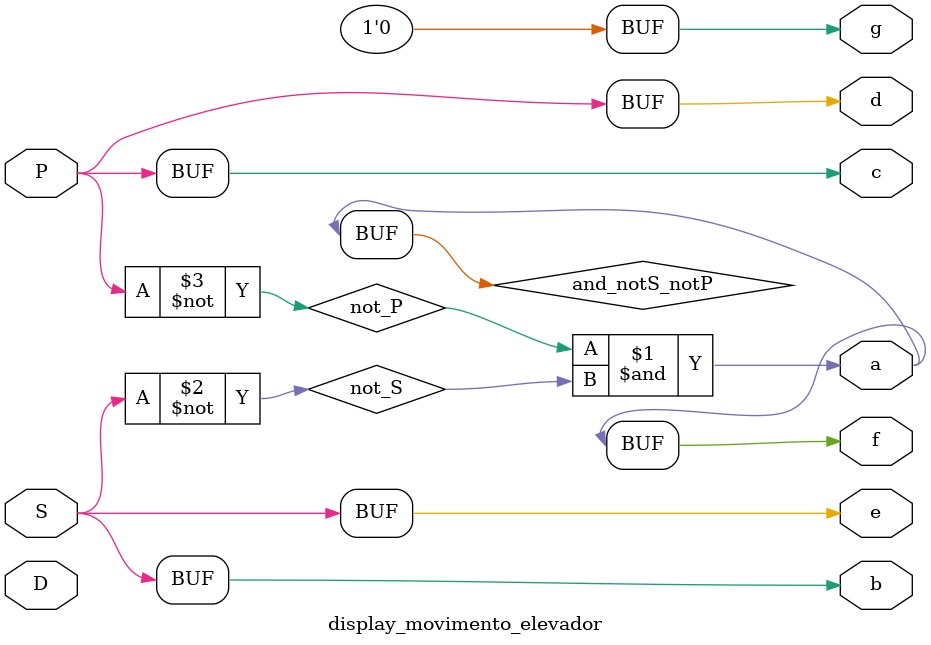
<source format=v>
module display_movimento_elevador(S, D, P, a, b, c, d, e, f, g);
 input S, D, P;
 output a, b, c, d, e, f, g;
 
 wire not_S, not_P, and_notS_notP;
 
 not Not0(not_S, S);
 not Not1(not_P, P);
 
 and and0(and_notS_notP, not_P, not_S);
 
 assign a = and_notS_notP;
 assign f = and_notS_notP;
 assign b = S;
 assign e = S;
 assign c = P;
 assign d = P;
 assign g = 1'b0;

endmodule
</source>
